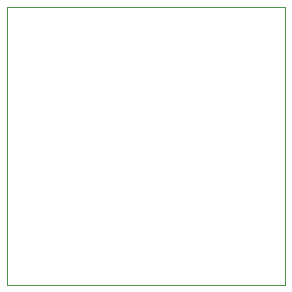
<source format=gbr>
%TF.GenerationSoftware,KiCad,Pcbnew,9.0.3*%
%TF.CreationDate,2025-07-26T18:17:39+02:00*%
%TF.ProjectId,ports_for_motors,706f7274-735f-4666-9f72-5f6d6f746f72,rev?*%
%TF.SameCoordinates,Original*%
%TF.FileFunction,Profile,NP*%
%FSLAX46Y46*%
G04 Gerber Fmt 4.6, Leading zero omitted, Abs format (unit mm)*
G04 Created by KiCad (PCBNEW 9.0.3) date 2025-07-26 18:17:39*
%MOMM*%
%LPD*%
G01*
G04 APERTURE LIST*
%TA.AperFunction,Profile*%
%ADD10C,0.050000*%
%TD*%
G04 APERTURE END LIST*
D10*
X19500000Y-17500000D02*
X43000000Y-17500000D01*
X43000000Y-41000000D01*
X19500000Y-41000000D01*
X19500000Y-17500000D01*
M02*

</source>
